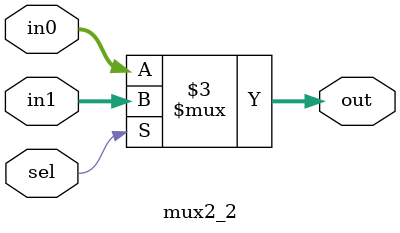
<source format=sv>
`timescale 1ns / 1ps


module mux2_2(
    input logic sel,
    input logic [1:0] in0, in1,
    output logic [1:0] out
    );
    
    always_comb
    
    if (sel) out = in1;
    else out = in0;
        
endmodule

</source>
